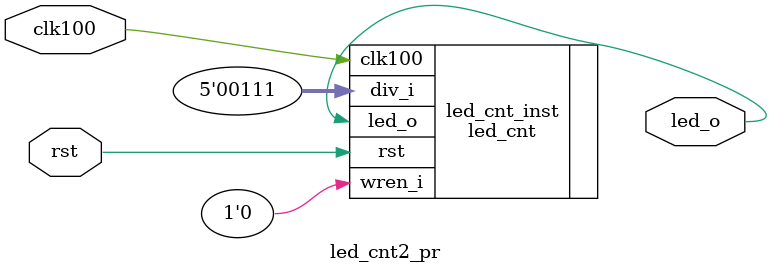
<source format=sv>

module led_cnt2_pr (
  input         rst,
  input         clk100,
  output        led_o
);
///////////////////////////////////////////////////////////////////////////////////////////////////

 led_cnt led_cnt_inst (
   .rst    (rst      ),
   .clk100 (clk100   ),
   .div_i  (5'h7     ),
   .wren_i (1'b0     ),
   .led_o  (led_o    )
 );

endmodule

</source>
